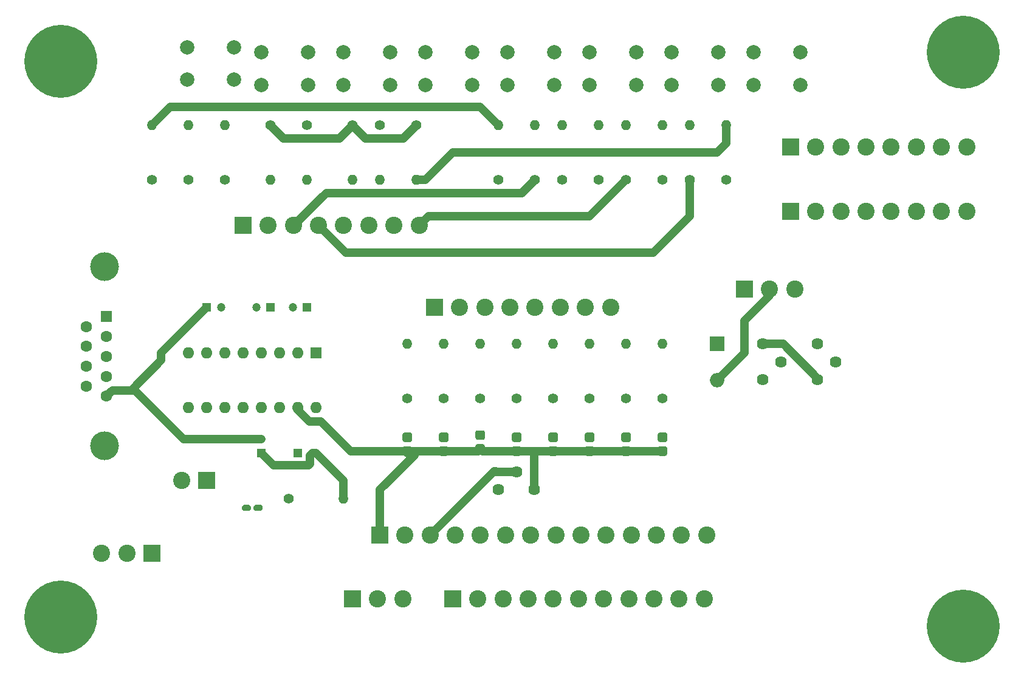
<source format=gtl>
G04 #@! TF.GenerationSoftware,KiCad,Pcbnew,(5.1.6)-1*
G04 #@! TF.CreationDate,2020-09-16T08:59:51-06:00*
G04 #@! TF.ProjectId,Practica_1,50726163-7469-4636-915f-312e6b696361,rev?*
G04 #@! TF.SameCoordinates,Original*
G04 #@! TF.FileFunction,Copper,L1,Top*
G04 #@! TF.FilePolarity,Positive*
%FSLAX46Y46*%
G04 Gerber Fmt 4.6, Leading zero omitted, Abs format (unit mm)*
G04 Created by KiCad (PCBNEW (5.1.6)-1) date 2020-09-16 08:59:51*
%MOMM*%
%LPD*%
G01*
G04 APERTURE LIST*
G04 #@! TA.AperFunction,ComponentPad*
%ADD10C,10.160000*%
G04 #@! TD*
G04 #@! TA.AperFunction,ComponentPad*
%ADD11O,2.000000X2.000000*%
G04 #@! TD*
G04 #@! TA.AperFunction,ComponentPad*
%ADD12R,2.000000X2.000000*%
G04 #@! TD*
G04 #@! TA.AperFunction,ComponentPad*
%ADD13C,2.000000*%
G04 #@! TD*
G04 #@! TA.AperFunction,ComponentPad*
%ADD14C,1.620000*%
G04 #@! TD*
G04 #@! TA.AperFunction,ComponentPad*
%ADD15C,4.000000*%
G04 #@! TD*
G04 #@! TA.AperFunction,ComponentPad*
%ADD16C,1.600000*%
G04 #@! TD*
G04 #@! TA.AperFunction,ComponentPad*
%ADD17R,1.600000X1.600000*%
G04 #@! TD*
G04 #@! TA.AperFunction,ComponentPad*
%ADD18O,1.600000X1.600000*%
G04 #@! TD*
G04 #@! TA.AperFunction,ComponentPad*
%ADD19O,1.400000X1.400000*%
G04 #@! TD*
G04 #@! TA.AperFunction,ComponentPad*
%ADD20C,1.400000*%
G04 #@! TD*
G04 #@! TA.AperFunction,ComponentPad*
%ADD21C,2.400000*%
G04 #@! TD*
G04 #@! TA.AperFunction,ComponentPad*
%ADD22R,2.400000X2.400000*%
G04 #@! TD*
G04 #@! TA.AperFunction,ComponentPad*
%ADD23C,1.200000*%
G04 #@! TD*
G04 #@! TA.AperFunction,ComponentPad*
%ADD24R,1.200000X1.200000*%
G04 #@! TD*
G04 #@! TA.AperFunction,Conductor*
%ADD25C,1.200000*%
G04 #@! TD*
G04 APERTURE END LIST*
D10*
X69850000Y-127000000D03*
X69850000Y-49530000D03*
X195580000Y-48260000D03*
X195580000Y-128270000D03*
D11*
X161290000Y-93980000D03*
D12*
X161290000Y-88900000D03*
D13*
X172870000Y-48260000D03*
X172870000Y-52760000D03*
X166370000Y-48260000D03*
X166370000Y-52760000D03*
X161440000Y-48260000D03*
X161440000Y-52760000D03*
X154940000Y-48260000D03*
X154940000Y-52760000D03*
X150010000Y-48260000D03*
X150010000Y-52760000D03*
X143510000Y-48260000D03*
X143510000Y-52760000D03*
X138580000Y-48260000D03*
X138580000Y-52760000D03*
X132080000Y-48260000D03*
X132080000Y-52760000D03*
X127150000Y-48260000D03*
X127150000Y-52760000D03*
X120650000Y-48260000D03*
X120650000Y-52760000D03*
X115720000Y-48260000D03*
X115720000Y-52760000D03*
X109220000Y-48260000D03*
X109220000Y-52760000D03*
X104290000Y-48260000D03*
X104290000Y-52760000D03*
X97790000Y-48260000D03*
X97790000Y-52760000D03*
X87480000Y-52070000D03*
X87480000Y-47570000D03*
X93980000Y-52070000D03*
X93980000Y-47570000D03*
D14*
X175260000Y-88900000D03*
X177760000Y-91400000D03*
X175260000Y-93900000D03*
X167640000Y-88900000D03*
X170140000Y-91400000D03*
X167640000Y-93900000D03*
X130810000Y-109220000D03*
X133310000Y-106720000D03*
X135810000Y-109220000D03*
D15*
X75900000Y-103130000D03*
X75900000Y-78130000D03*
D16*
X73360000Y-94785000D03*
X73360000Y-92015000D03*
X73360000Y-89245000D03*
X73360000Y-86475000D03*
X76200000Y-96170000D03*
X76200000Y-93400000D03*
X76200000Y-90630000D03*
X76200000Y-87860000D03*
D17*
X76200000Y-85090000D03*
D18*
X105410000Y-97790000D03*
X87630000Y-90170000D03*
X102870000Y-97790000D03*
X90170000Y-90170000D03*
X100330000Y-97790000D03*
X92710000Y-90170000D03*
X97790000Y-97790000D03*
X95250000Y-90170000D03*
X95250000Y-97790000D03*
X97790000Y-90170000D03*
X92710000Y-97790000D03*
X100330000Y-90170000D03*
X90170000Y-97790000D03*
X102870000Y-90170000D03*
X87630000Y-97790000D03*
D17*
X105410000Y-90170000D03*
D19*
X109220000Y-110490000D03*
D20*
X101600000Y-110490000D03*
D19*
X144780000Y-58420000D03*
D20*
X144780000Y-66040000D03*
D19*
X119380000Y-66040000D03*
D20*
X119380000Y-58420000D03*
D19*
X110490000Y-66040000D03*
D20*
X110490000Y-58420000D03*
D19*
X99060000Y-66040000D03*
D20*
X99060000Y-58420000D03*
D19*
X153670000Y-58420000D03*
D20*
X153670000Y-66040000D03*
D19*
X139700000Y-58420000D03*
D20*
X139700000Y-66040000D03*
D19*
X130810000Y-58420000D03*
D20*
X130810000Y-66040000D03*
D19*
X87630000Y-58420000D03*
D20*
X87630000Y-66040000D03*
D19*
X148590000Y-58420000D03*
D20*
X148590000Y-66040000D03*
D19*
X162560000Y-58420000D03*
D20*
X162560000Y-66040000D03*
D19*
X114300000Y-66040000D03*
D20*
X114300000Y-58420000D03*
D19*
X104140000Y-66040000D03*
D20*
X104140000Y-58420000D03*
D19*
X157480000Y-58420000D03*
D20*
X157480000Y-66040000D03*
D19*
X118110000Y-88900000D03*
D20*
X118110000Y-96520000D03*
D19*
X123190000Y-88900000D03*
D20*
X123190000Y-96520000D03*
D19*
X128270000Y-88900000D03*
D20*
X128270000Y-96520000D03*
D19*
X133350000Y-88900000D03*
D20*
X133350000Y-96520000D03*
D19*
X138430000Y-88900000D03*
D20*
X138430000Y-96520000D03*
D19*
X143510000Y-88900000D03*
D20*
X143510000Y-96520000D03*
D19*
X148590000Y-88900000D03*
D20*
X148590000Y-96520000D03*
D19*
X153670000Y-88900000D03*
D20*
X153670000Y-96520000D03*
D19*
X135890000Y-58420000D03*
D20*
X135890000Y-66040000D03*
D19*
X82550000Y-58420000D03*
D20*
X82550000Y-66040000D03*
D19*
X92710000Y-58420000D03*
D20*
X92710000Y-66040000D03*
D21*
X172100000Y-81280000D03*
X168600000Y-81280000D03*
D22*
X165100000Y-81280000D03*
D21*
X119750000Y-72390000D03*
X116250000Y-72390000D03*
X112750000Y-72390000D03*
X109250000Y-72390000D03*
X105750000Y-72390000D03*
X102250000Y-72390000D03*
X98750000Y-72390000D03*
D22*
X95250000Y-72390000D03*
D21*
X159460000Y-124460000D03*
X155960000Y-124460000D03*
X152460000Y-124460000D03*
X148960000Y-124460000D03*
X145460000Y-124460000D03*
X141960000Y-124460000D03*
X138460000Y-124460000D03*
X134960000Y-124460000D03*
X131460000Y-124460000D03*
X127960000Y-124460000D03*
D22*
X124460000Y-124460000D03*
D21*
X159800000Y-115570000D03*
X156300000Y-115570000D03*
X152800000Y-115570000D03*
X149300000Y-115570000D03*
X145800000Y-115570000D03*
X142300000Y-115570000D03*
X138800000Y-115570000D03*
X135300000Y-115570000D03*
X131800000Y-115570000D03*
X128300000Y-115570000D03*
X124800000Y-115570000D03*
X121300000Y-115570000D03*
X117800000Y-115570000D03*
D22*
X114300000Y-115570000D03*
D21*
X146420000Y-83820000D03*
X142920000Y-83820000D03*
X139420000Y-83820000D03*
X135920000Y-83820000D03*
X132420000Y-83820000D03*
X128920000Y-83820000D03*
X125420000Y-83820000D03*
D22*
X121920000Y-83820000D03*
D21*
X75550000Y-118110000D03*
X79050000Y-118110000D03*
D22*
X82550000Y-118110000D03*
D21*
X117490000Y-124460000D03*
X113990000Y-124460000D03*
D22*
X110490000Y-124460000D03*
D21*
X86670000Y-107950000D03*
D22*
X90170000Y-107950000D03*
D21*
X196035001Y-70445001D03*
X192535001Y-70445001D03*
X189035001Y-70445001D03*
X185535001Y-70445001D03*
X182035001Y-70445001D03*
X178535001Y-70445001D03*
X175035001Y-70445001D03*
D22*
X171535001Y-70445001D03*
D21*
X196035001Y-61395001D03*
X192535001Y-61395001D03*
X189035001Y-61395001D03*
X185535001Y-61395001D03*
X182035001Y-61395001D03*
X178535001Y-61395001D03*
X175035001Y-61395001D03*
D22*
X171535001Y-61395001D03*
G04 #@! TA.AperFunction,SMDPad,CuDef*
G36*
G01*
X153270000Y-103170000D02*
X154070000Y-103170000D01*
G75*
G02*
X154320000Y-103420000I0J-250000D01*
G01*
X154320000Y-104245000D01*
G75*
G02*
X154070000Y-104495000I-250000J0D01*
G01*
X153270000Y-104495000D01*
G75*
G02*
X153020000Y-104245000I0J250000D01*
G01*
X153020000Y-103420000D01*
G75*
G02*
X153270000Y-103170000I250000J0D01*
G01*
G37*
G04 #@! TD.AperFunction*
G04 #@! TA.AperFunction,SMDPad,CuDef*
G36*
G01*
X153270000Y-101245000D02*
X154070000Y-101245000D01*
G75*
G02*
X154320000Y-101495000I0J-250000D01*
G01*
X154320000Y-102320000D01*
G75*
G02*
X154070000Y-102570000I-250000J0D01*
G01*
X153270000Y-102570000D01*
G75*
G02*
X153020000Y-102320000I0J250000D01*
G01*
X153020000Y-101495000D01*
G75*
G02*
X153270000Y-101245000I250000J0D01*
G01*
G37*
G04 #@! TD.AperFunction*
G04 #@! TA.AperFunction,SMDPad,CuDef*
G36*
G01*
X148190000Y-103170000D02*
X148990000Y-103170000D01*
G75*
G02*
X149240000Y-103420000I0J-250000D01*
G01*
X149240000Y-104245000D01*
G75*
G02*
X148990000Y-104495000I-250000J0D01*
G01*
X148190000Y-104495000D01*
G75*
G02*
X147940000Y-104245000I0J250000D01*
G01*
X147940000Y-103420000D01*
G75*
G02*
X148190000Y-103170000I250000J0D01*
G01*
G37*
G04 #@! TD.AperFunction*
G04 #@! TA.AperFunction,SMDPad,CuDef*
G36*
G01*
X148190000Y-101245000D02*
X148990000Y-101245000D01*
G75*
G02*
X149240000Y-101495000I0J-250000D01*
G01*
X149240000Y-102320000D01*
G75*
G02*
X148990000Y-102570000I-250000J0D01*
G01*
X148190000Y-102570000D01*
G75*
G02*
X147940000Y-102320000I0J250000D01*
G01*
X147940000Y-101495000D01*
G75*
G02*
X148190000Y-101245000I250000J0D01*
G01*
G37*
G04 #@! TD.AperFunction*
G04 #@! TA.AperFunction,SMDPad,CuDef*
G36*
G01*
X143110000Y-103170000D02*
X143910000Y-103170000D01*
G75*
G02*
X144160000Y-103420000I0J-250000D01*
G01*
X144160000Y-104245000D01*
G75*
G02*
X143910000Y-104495000I-250000J0D01*
G01*
X143110000Y-104495000D01*
G75*
G02*
X142860000Y-104245000I0J250000D01*
G01*
X142860000Y-103420000D01*
G75*
G02*
X143110000Y-103170000I250000J0D01*
G01*
G37*
G04 #@! TD.AperFunction*
G04 #@! TA.AperFunction,SMDPad,CuDef*
G36*
G01*
X143110000Y-101245000D02*
X143910000Y-101245000D01*
G75*
G02*
X144160000Y-101495000I0J-250000D01*
G01*
X144160000Y-102320000D01*
G75*
G02*
X143910000Y-102570000I-250000J0D01*
G01*
X143110000Y-102570000D01*
G75*
G02*
X142860000Y-102320000I0J250000D01*
G01*
X142860000Y-101495000D01*
G75*
G02*
X143110000Y-101245000I250000J0D01*
G01*
G37*
G04 #@! TD.AperFunction*
G04 #@! TA.AperFunction,SMDPad,CuDef*
G36*
G01*
X138030000Y-103170000D02*
X138830000Y-103170000D01*
G75*
G02*
X139080000Y-103420000I0J-250000D01*
G01*
X139080000Y-104245000D01*
G75*
G02*
X138830000Y-104495000I-250000J0D01*
G01*
X138030000Y-104495000D01*
G75*
G02*
X137780000Y-104245000I0J250000D01*
G01*
X137780000Y-103420000D01*
G75*
G02*
X138030000Y-103170000I250000J0D01*
G01*
G37*
G04 #@! TD.AperFunction*
G04 #@! TA.AperFunction,SMDPad,CuDef*
G36*
G01*
X138030000Y-101245000D02*
X138830000Y-101245000D01*
G75*
G02*
X139080000Y-101495000I0J-250000D01*
G01*
X139080000Y-102320000D01*
G75*
G02*
X138830000Y-102570000I-250000J0D01*
G01*
X138030000Y-102570000D01*
G75*
G02*
X137780000Y-102320000I0J250000D01*
G01*
X137780000Y-101495000D01*
G75*
G02*
X138030000Y-101245000I250000J0D01*
G01*
G37*
G04 #@! TD.AperFunction*
G04 #@! TA.AperFunction,SMDPad,CuDef*
G36*
G01*
X132950000Y-103170000D02*
X133750000Y-103170000D01*
G75*
G02*
X134000000Y-103420000I0J-250000D01*
G01*
X134000000Y-104245000D01*
G75*
G02*
X133750000Y-104495000I-250000J0D01*
G01*
X132950000Y-104495000D01*
G75*
G02*
X132700000Y-104245000I0J250000D01*
G01*
X132700000Y-103420000D01*
G75*
G02*
X132950000Y-103170000I250000J0D01*
G01*
G37*
G04 #@! TD.AperFunction*
G04 #@! TA.AperFunction,SMDPad,CuDef*
G36*
G01*
X132950000Y-101245000D02*
X133750000Y-101245000D01*
G75*
G02*
X134000000Y-101495000I0J-250000D01*
G01*
X134000000Y-102320000D01*
G75*
G02*
X133750000Y-102570000I-250000J0D01*
G01*
X132950000Y-102570000D01*
G75*
G02*
X132700000Y-102320000I0J250000D01*
G01*
X132700000Y-101495000D01*
G75*
G02*
X132950000Y-101245000I250000J0D01*
G01*
G37*
G04 #@! TD.AperFunction*
G04 #@! TA.AperFunction,SMDPad,CuDef*
G36*
G01*
X127870000Y-102862500D02*
X128670000Y-102862500D01*
G75*
G02*
X128920000Y-103112500I0J-250000D01*
G01*
X128920000Y-103937500D01*
G75*
G02*
X128670000Y-104187500I-250000J0D01*
G01*
X127870000Y-104187500D01*
G75*
G02*
X127620000Y-103937500I0J250000D01*
G01*
X127620000Y-103112500D01*
G75*
G02*
X127870000Y-102862500I250000J0D01*
G01*
G37*
G04 #@! TD.AperFunction*
G04 #@! TA.AperFunction,SMDPad,CuDef*
G36*
G01*
X127870000Y-100937500D02*
X128670000Y-100937500D01*
G75*
G02*
X128920000Y-101187500I0J-250000D01*
G01*
X128920000Y-102012500D01*
G75*
G02*
X128670000Y-102262500I-250000J0D01*
G01*
X127870000Y-102262500D01*
G75*
G02*
X127620000Y-102012500I0J250000D01*
G01*
X127620000Y-101187500D01*
G75*
G02*
X127870000Y-100937500I250000J0D01*
G01*
G37*
G04 #@! TD.AperFunction*
G04 #@! TA.AperFunction,SMDPad,CuDef*
G36*
G01*
X122790000Y-103170000D02*
X123590000Y-103170000D01*
G75*
G02*
X123840000Y-103420000I0J-250000D01*
G01*
X123840000Y-104245000D01*
G75*
G02*
X123590000Y-104495000I-250000J0D01*
G01*
X122790000Y-104495000D01*
G75*
G02*
X122540000Y-104245000I0J250000D01*
G01*
X122540000Y-103420000D01*
G75*
G02*
X122790000Y-103170000I250000J0D01*
G01*
G37*
G04 #@! TD.AperFunction*
G04 #@! TA.AperFunction,SMDPad,CuDef*
G36*
G01*
X122790000Y-101245000D02*
X123590000Y-101245000D01*
G75*
G02*
X123840000Y-101495000I0J-250000D01*
G01*
X123840000Y-102320000D01*
G75*
G02*
X123590000Y-102570000I-250000J0D01*
G01*
X122790000Y-102570000D01*
G75*
G02*
X122540000Y-102320000I0J250000D01*
G01*
X122540000Y-101495000D01*
G75*
G02*
X122790000Y-101245000I250000J0D01*
G01*
G37*
G04 #@! TD.AperFunction*
G04 #@! TA.AperFunction,SMDPad,CuDef*
G36*
G01*
X117710000Y-103170000D02*
X118510000Y-103170000D01*
G75*
G02*
X118760000Y-103420000I0J-250000D01*
G01*
X118760000Y-104245000D01*
G75*
G02*
X118510000Y-104495000I-250000J0D01*
G01*
X117710000Y-104495000D01*
G75*
G02*
X117460000Y-104245000I0J250000D01*
G01*
X117460000Y-103420000D01*
G75*
G02*
X117710000Y-103170000I250000J0D01*
G01*
G37*
G04 #@! TD.AperFunction*
G04 #@! TA.AperFunction,SMDPad,CuDef*
G36*
G01*
X117710000Y-101245000D02*
X118510000Y-101245000D01*
G75*
G02*
X118760000Y-101495000I0J-250000D01*
G01*
X118760000Y-102320000D01*
G75*
G02*
X118510000Y-102570000I-250000J0D01*
G01*
X117710000Y-102570000D01*
G75*
G02*
X117460000Y-102320000I0J250000D01*
G01*
X117460000Y-101495000D01*
G75*
G02*
X117710000Y-101245000I250000J0D01*
G01*
G37*
G04 #@! TD.AperFunction*
G04 #@! TA.AperFunction,SMDPad,CuDef*
G36*
G01*
X96320000Y-111547500D02*
X96320000Y-111972500D01*
G75*
G02*
X96107500Y-112185000I-212500J0D01*
G01*
X95307500Y-112185000D01*
G75*
G02*
X95095000Y-111972500I0J212500D01*
G01*
X95095000Y-111547500D01*
G75*
G02*
X95307500Y-111335000I212500J0D01*
G01*
X96107500Y-111335000D01*
G75*
G02*
X96320000Y-111547500I0J-212500D01*
G01*
G37*
G04 #@! TD.AperFunction*
G04 #@! TA.AperFunction,SMDPad,CuDef*
G36*
G01*
X97945000Y-111547500D02*
X97945000Y-111972500D01*
G75*
G02*
X97732500Y-112185000I-212500J0D01*
G01*
X96932500Y-112185000D01*
G75*
G02*
X96720000Y-111972500I0J212500D01*
G01*
X96720000Y-111547500D01*
G75*
G02*
X96932500Y-111335000I212500J0D01*
G01*
X97732500Y-111335000D01*
G75*
G02*
X97945000Y-111547500I0J-212500D01*
G01*
G37*
G04 #@! TD.AperFunction*
D23*
X97790000Y-102140000D03*
D24*
X97790000Y-104140000D03*
D23*
X92170000Y-83820000D03*
D24*
X90170000Y-83820000D03*
D23*
X104870000Y-104140000D03*
D24*
X102870000Y-104140000D03*
D23*
X97060000Y-83820000D03*
D24*
X99060000Y-83820000D03*
D23*
X102140000Y-83820000D03*
D24*
X104140000Y-83820000D03*
D25*
X109220000Y-110490000D02*
X109220000Y-107950000D01*
X105410000Y-104140000D02*
X104870000Y-104140000D01*
X109220000Y-107950000D02*
X105410000Y-104140000D01*
X104350001Y-105840001D02*
X104570001Y-105620001D01*
X97790000Y-104140000D02*
X99490001Y-105840001D01*
X99490001Y-105840001D02*
X104350001Y-105840001D01*
X104570001Y-104439999D02*
X104870000Y-104140000D01*
X104570001Y-105620001D02*
X104570001Y-104439999D01*
X76999999Y-95370001D02*
X79889999Y-95370001D01*
X76200000Y-96170000D02*
X76999999Y-95370001D01*
X79889999Y-95097999D02*
X83820000Y-91167998D01*
X79889999Y-95370001D02*
X79889999Y-95097999D01*
X83820000Y-90170000D02*
X90170000Y-83820000D01*
X83820000Y-91167998D02*
X83820000Y-90170000D01*
X118110000Y-103832500D02*
X118110000Y-104140000D01*
X127962500Y-103832500D02*
X128270000Y-103525000D01*
X123190000Y-103832500D02*
X127962500Y-103832500D01*
X128577500Y-103832500D02*
X133350000Y-103832500D01*
X128270000Y-103525000D02*
X128577500Y-103832500D01*
X138430000Y-103832500D02*
X143510000Y-103832500D01*
X143510000Y-103832500D02*
X148590000Y-103832500D01*
X153670000Y-103832500D02*
X148590000Y-103832500D01*
X118110000Y-103832500D02*
X110182500Y-103832500D01*
X102870000Y-98062002D02*
X102870000Y-97790000D01*
X104497999Y-99690001D02*
X102870000Y-98062002D01*
X106040001Y-99690001D02*
X104497999Y-99690001D01*
X110182500Y-103832500D02*
X106040001Y-99690001D01*
X135810000Y-104220000D02*
X136197500Y-103832500D01*
X135810000Y-109220000D02*
X135810000Y-104220000D01*
X133350000Y-103832500D02*
X136197500Y-103832500D01*
X136197500Y-103832500D02*
X138430000Y-103832500D01*
X114300000Y-115570000D02*
X114300000Y-109220000D01*
X119072500Y-104447500D02*
X119072500Y-103832500D01*
X114300000Y-109220000D02*
X119072500Y-104447500D01*
X118110000Y-103832500D02*
X119072500Y-103832500D01*
X119072500Y-103832500D02*
X123190000Y-103832500D01*
X97790000Y-102140000D02*
X86900000Y-102140000D01*
X80130001Y-95370001D02*
X79889999Y-95370001D01*
X86900000Y-102140000D02*
X80130001Y-95370001D01*
X130483198Y-106720000D02*
X130443198Y-106680000D01*
X133310000Y-106720000D02*
X130483198Y-106720000D01*
X130190000Y-106680000D02*
X121300000Y-115570000D01*
X130443198Y-106680000D02*
X130190000Y-106680000D01*
X148590000Y-66040000D02*
X143510000Y-71120000D01*
X121020000Y-71120000D02*
X119750000Y-72390000D01*
X143510000Y-71120000D02*
X121020000Y-71120000D01*
X109560000Y-76200000D02*
X105750000Y-72390000D01*
X152400000Y-76200000D02*
X109560000Y-76200000D01*
X157480000Y-66040000D02*
X157480000Y-71120000D01*
X157480000Y-71120000D02*
X152400000Y-76200000D01*
X106799999Y-67840001D02*
X102250000Y-72390000D01*
X134089999Y-67840001D02*
X106799999Y-67840001D01*
X135890000Y-66040000D02*
X134089999Y-67840001D01*
X165100000Y-85660002D02*
X168600000Y-82160002D01*
X165100000Y-90170000D02*
X165100000Y-85660002D01*
X168600000Y-82160002D02*
X168600000Y-81280000D01*
X161290000Y-93980000D02*
X165100000Y-90170000D01*
X128270000Y-55880000D02*
X130810000Y-58420000D01*
X82550000Y-58420000D02*
X85090000Y-55880000D01*
X85090000Y-55880000D02*
X128270000Y-55880000D01*
X162560000Y-60960000D02*
X162560000Y-58420000D01*
X161290000Y-62230000D02*
X162560000Y-60960000D01*
X124460000Y-62230000D02*
X161290000Y-62230000D01*
X119380000Y-66040000D02*
X120650000Y-66040000D01*
X120650000Y-66040000D02*
X124460000Y-62230000D01*
X108689999Y-60220001D02*
X110490000Y-58420000D01*
X99060000Y-58420000D02*
X100860001Y-60220001D01*
X100860001Y-60220001D02*
X108689999Y-60220001D01*
X117579999Y-60220001D02*
X119380000Y-58420000D01*
X112290001Y-60220001D02*
X117579999Y-60220001D01*
X110490000Y-58420000D02*
X112290001Y-60220001D01*
X167640000Y-88900000D02*
X170466802Y-88900000D01*
X170466802Y-88900000D02*
X175260000Y-93693198D01*
X175260000Y-93693198D02*
X175260000Y-93900000D01*
M02*

</source>
